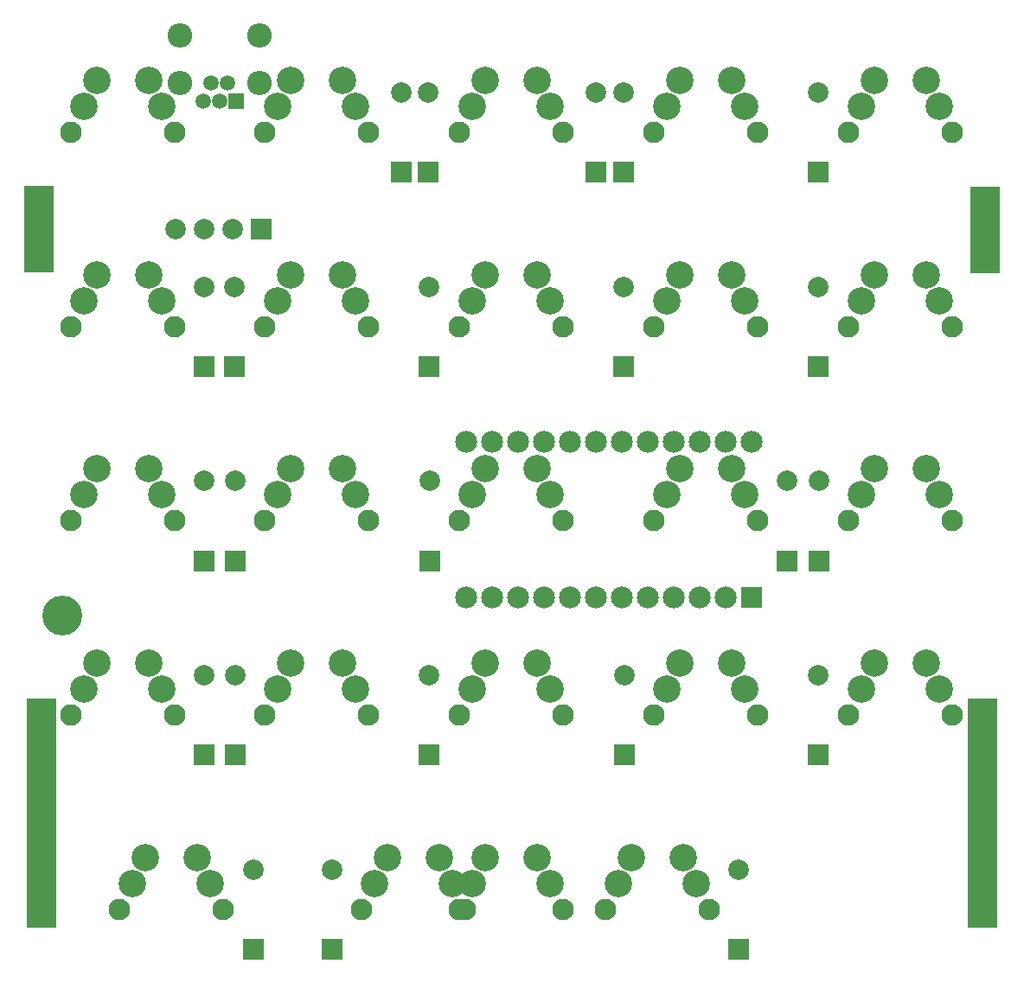
<source format=gbs>
G04 #@! TF.GenerationSoftware,KiCad,Pcbnew,(5.1.4-0-10_14)*
G04 #@! TF.CreationDate,2019-09-15T21:27:31+02:00*
G04 #@! TF.ProjectId,tripel,74726970-656c-42e6-9b69-6361645f7063,rev?*
G04 #@! TF.SameCoordinates,Original*
G04 #@! TF.FileFunction,Soldermask,Bot*
G04 #@! TF.FilePolarity,Negative*
%FSLAX46Y46*%
G04 Gerber Fmt 4.6, Leading zero omitted, Abs format (unit mm)*
G04 Created by KiCad (PCBNEW (5.1.4-0-10_14)) date 2019-09-15 21:27:31*
%MOMM*%
%LPD*%
G04 APERTURE LIST*
%ADD10O,2.400000X2.400000*%
%ADD11C,1.500000*%
%ADD12R,1.500000X1.500000*%
%ADD13C,2.101800*%
%ADD14C,2.686000*%
%ADD15R,2.900000X2.900000*%
%ADD16C,3.900000*%
%ADD17R,2.000000X2.000000*%
%ADD18C,2.000000*%
%ADD19R,2.152600X2.152600*%
%ADD20C,2.152600*%
G04 APERTURE END LIST*
D10*
X126897500Y-42827000D03*
X126897500Y-38127000D03*
X134697500Y-38127000D03*
X134697500Y-42827000D03*
D11*
X129197500Y-44577000D03*
X129997500Y-42827000D03*
X130797500Y-44577000D03*
X131597500Y-42827000D03*
D12*
X132397500Y-44577000D03*
D13*
X145423750Y-85687500D03*
X135263750Y-85687500D03*
D14*
X136533750Y-83147500D03*
X142883750Y-80607500D03*
X144153750Y-83147500D03*
X137803750Y-80607500D03*
D13*
X202517500Y-47625000D03*
X192357500Y-47625000D03*
D14*
X193627500Y-45085000D03*
X199977500Y-42545000D03*
X201247500Y-45085000D03*
X194897500Y-42545000D03*
X137803750Y-61576250D03*
X144153750Y-64116250D03*
X142883750Y-61576250D03*
X136533750Y-64116250D03*
D13*
X135263750Y-66656250D03*
X145423750Y-66656250D03*
D14*
X118772500Y-80607500D03*
X125122500Y-83147500D03*
X123852500Y-80607500D03*
X117502500Y-83147500D03*
D13*
X116232500Y-85687500D03*
X126392500Y-85687500D03*
D14*
X156835000Y-61576250D03*
X163185000Y-64116250D03*
X161915000Y-61576250D03*
X155565000Y-64116250D03*
D13*
X154295000Y-66656250D03*
X164455000Y-66656250D03*
D14*
X175866250Y-61576250D03*
X182216250Y-64116250D03*
X180946250Y-61576250D03*
X174596250Y-64116250D03*
D13*
X173326250Y-66656250D03*
X183486250Y-66656250D03*
D14*
X194897500Y-61576250D03*
X201247500Y-64116250D03*
X199977500Y-61576250D03*
X193627500Y-64116250D03*
D13*
X192357500Y-66656250D03*
X202517500Y-66656250D03*
X131173750Y-123750000D03*
X121013750Y-123750000D03*
D14*
X122283750Y-121210000D03*
X128633750Y-118670000D03*
X129903750Y-121210000D03*
X123553750Y-118670000D03*
D13*
X178705000Y-123750000D03*
X168545000Y-123750000D03*
D14*
X169815000Y-121210000D03*
X176165000Y-118670000D03*
X177435000Y-121210000D03*
X171085000Y-118670000D03*
D13*
X145423750Y-104718750D03*
X135263750Y-104718750D03*
D14*
X136533750Y-102178750D03*
X142883750Y-99638750D03*
X144153750Y-102178750D03*
X137803750Y-99638750D03*
D15*
X205781250Y-60000000D03*
X205781250Y-54412000D03*
X205781250Y-57206000D03*
X113157000Y-59944000D03*
X113157000Y-54356000D03*
X113157000Y-57150000D03*
D16*
X115406250Y-94968750D03*
D17*
X151257000Y-51525000D03*
D18*
X151257000Y-43725000D03*
D17*
X129281250Y-70556250D03*
D18*
X129281250Y-62756250D03*
D17*
X189375000Y-51525000D03*
D18*
X189375000Y-43725000D03*
X186375000Y-81787500D03*
D17*
X186375000Y-89587500D03*
X132375000Y-108618750D03*
D18*
X132375000Y-100818750D03*
X129281250Y-81787500D03*
D17*
X129281250Y-89587500D03*
D18*
X148590000Y-43725000D03*
D17*
X148590000Y-51525000D03*
D18*
X189375000Y-62756250D03*
D17*
X189375000Y-70556250D03*
D18*
X170437500Y-100818750D03*
D17*
X170437500Y-108618750D03*
X129281250Y-108618750D03*
D18*
X129281250Y-100818750D03*
X132281250Y-62756250D03*
D17*
X132281250Y-70556250D03*
D18*
X132375000Y-81787500D03*
D17*
X132375000Y-89587500D03*
D18*
X189468750Y-81787500D03*
D17*
X189468750Y-89587500D03*
D18*
X181593750Y-119850000D03*
D17*
X181593750Y-127650000D03*
D18*
X134156250Y-119850000D03*
D17*
X134156250Y-127650000D03*
D18*
X167640000Y-43725000D03*
D17*
X167640000Y-51525000D03*
X151312500Y-70556250D03*
D18*
X151312500Y-62756250D03*
X189375000Y-100818750D03*
D17*
X189375000Y-108618750D03*
D18*
X141843750Y-119850000D03*
D17*
X141843750Y-127650000D03*
X151406250Y-89587500D03*
D18*
X151406250Y-81787500D03*
D17*
X170343750Y-51525000D03*
D18*
X170343750Y-43725000D03*
X170343750Y-62756250D03*
D17*
X170343750Y-70556250D03*
X151312500Y-108618750D03*
D18*
X151312500Y-100818750D03*
D13*
X145423750Y-47625000D03*
X135263750Y-47625000D03*
D14*
X136533750Y-45085000D03*
X142883750Y-42545000D03*
X144153750Y-45085000D03*
X137803750Y-42545000D03*
D13*
X164455000Y-47625000D03*
X154295000Y-47625000D03*
D14*
X155565000Y-45085000D03*
X161915000Y-42545000D03*
X163185000Y-45085000D03*
X156835000Y-42545000D03*
X175866250Y-42545000D03*
X182216250Y-45085000D03*
X180946250Y-42545000D03*
X174596250Y-45085000D03*
D13*
X173326250Y-47625000D03*
X183486250Y-47625000D03*
X126392500Y-47625000D03*
X116232500Y-47625000D03*
D14*
X117502500Y-45085000D03*
X123852500Y-42545000D03*
X125122500Y-45085000D03*
X118772500Y-42545000D03*
D13*
X126392500Y-66656250D03*
X116232500Y-66656250D03*
D14*
X117502500Y-64116250D03*
X123852500Y-61576250D03*
X125122500Y-64116250D03*
X118772500Y-61576250D03*
D13*
X202517500Y-85687500D03*
X192357500Y-85687500D03*
D14*
X193627500Y-83147500D03*
X199977500Y-80607500D03*
X201247500Y-83147500D03*
X194897500Y-80607500D03*
X194897500Y-99638750D03*
X201247500Y-102178750D03*
X199977500Y-99638750D03*
X193627500Y-102178750D03*
D13*
X192357500Y-104718750D03*
X202517500Y-104718750D03*
X183486250Y-85687500D03*
X173326250Y-85687500D03*
D14*
X174596250Y-83147500D03*
X180946250Y-80607500D03*
X182216250Y-83147500D03*
X175866250Y-80607500D03*
X175866250Y-99638750D03*
X182216250Y-102178750D03*
X180946250Y-99638750D03*
X174596250Y-102178750D03*
D13*
X173326250Y-104718750D03*
X183486250Y-104718750D03*
D14*
X156835000Y-80607500D03*
X163185000Y-83147500D03*
X161915000Y-80607500D03*
X155565000Y-83147500D03*
D13*
X154295000Y-85687500D03*
X164455000Y-85687500D03*
D14*
X156835000Y-99638750D03*
X163185000Y-102178750D03*
X161915000Y-99638750D03*
X155565000Y-102178750D03*
D13*
X154295000Y-104718750D03*
X164455000Y-104718750D03*
X154892500Y-123750000D03*
X144732500Y-123750000D03*
D14*
X146002500Y-121210000D03*
X152352500Y-118670000D03*
X153622500Y-121210000D03*
X147272500Y-118670000D03*
D13*
X126392500Y-104718750D03*
X116232500Y-104718750D03*
D14*
X117502500Y-102178750D03*
X123852500Y-99638750D03*
X125122500Y-102178750D03*
X118772500Y-99638750D03*
D19*
X182883500Y-93213750D03*
D20*
X180343500Y-93213750D03*
X177803500Y-93213750D03*
X175263500Y-93213750D03*
X172723500Y-93213750D03*
X170183500Y-93213750D03*
X167643500Y-93213750D03*
X165103500Y-93213750D03*
X162563500Y-93213750D03*
X160023500Y-93213750D03*
X157483500Y-93213750D03*
X154943500Y-93213750D03*
X154943500Y-77973750D03*
X157483500Y-77973750D03*
X160023500Y-77973750D03*
X162563500Y-77973750D03*
X165103500Y-77973750D03*
X167643500Y-77973750D03*
X170183500Y-77973750D03*
X172723500Y-77973750D03*
X175263500Y-77973750D03*
X177803500Y-77973750D03*
X180343500Y-77973750D03*
X182883500Y-77973750D03*
D15*
X113343750Y-104506000D03*
X113343750Y-107306000D03*
X113343750Y-110094000D03*
X113343750Y-115694000D03*
X113343750Y-112894000D03*
X113343750Y-121294000D03*
X113343750Y-118494000D03*
X113343750Y-124094000D03*
X205500000Y-124094000D03*
X205500000Y-118494000D03*
X205500000Y-121294000D03*
X205500000Y-112894000D03*
X205500000Y-115694000D03*
X205500000Y-110094000D03*
X205500000Y-107306000D03*
X205500000Y-104506000D03*
D14*
X156835000Y-118670000D03*
X163185000Y-121210000D03*
X161915000Y-118670000D03*
X155565000Y-121210000D03*
D13*
X154295000Y-123750000D03*
X164455000Y-123750000D03*
D18*
X126489000Y-57150000D03*
X132089000Y-57150000D03*
X129289000Y-57150000D03*
D17*
X134889000Y-57150000D03*
M02*

</source>
